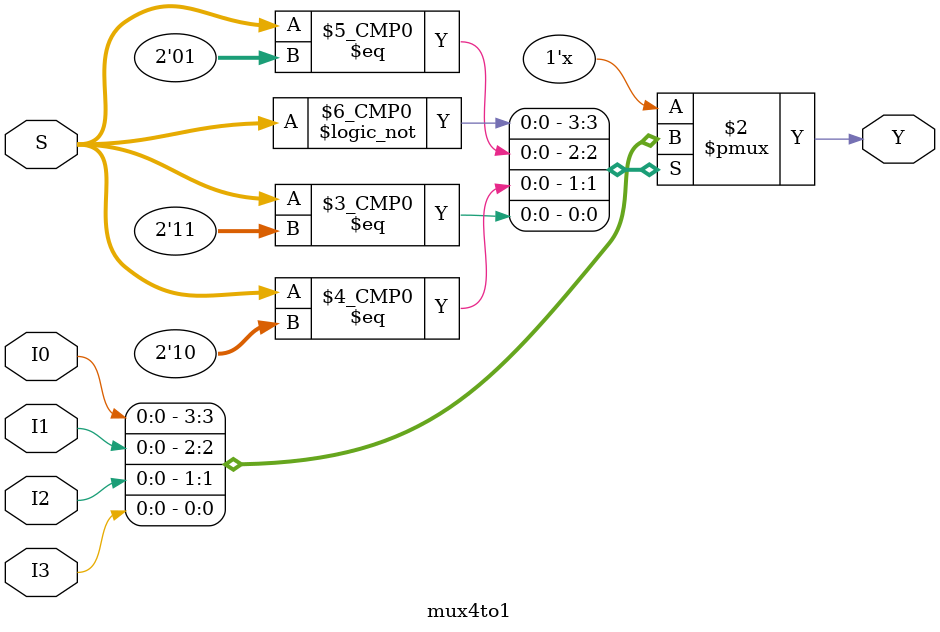
<source format=v>
module mux4to1(I0,I1,I2,I3,S,Y);
input I0,I1,I2,I3;
input [1:0] S;
output reg Y;

always @(I0 or I1 or I2 or I3 or S)begin
	case(S)
		2'b00: Y=I0;
		2'b01: Y=I1;
		2'b10: Y=I2;
		2'b11: Y=I3;
	endcase
end

endmodule
</source>
